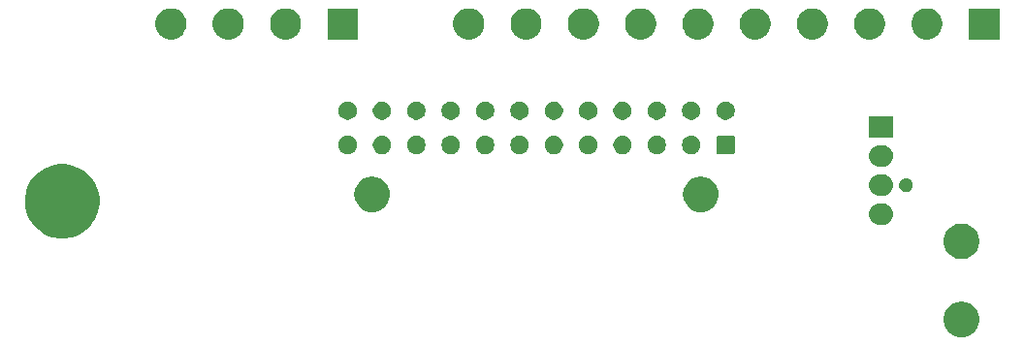
<source format=gbr>
G04 #@! TF.GenerationSoftware,KiCad,Pcbnew,5.1.5-52549c5~84~ubuntu18.04.1*
G04 #@! TF.CreationDate,2020-03-22T20:22:03-04:00*
G04 #@! TF.ProjectId,imac_g3_down_converter_board_adapter,696d6163-5f67-4335-9f64-6f776e5f636f,1*
G04 #@! TF.SameCoordinates,Original*
G04 #@! TF.FileFunction,Soldermask,Bot*
G04 #@! TF.FilePolarity,Negative*
%FSLAX46Y46*%
G04 Gerber Fmt 4.6, Leading zero omitted, Abs format (unit mm)*
G04 Created by KiCad (PCBNEW 5.1.5-52549c5~84~ubuntu18.04.1) date 2020-03-22 20:22:03*
%MOMM*%
%LPD*%
G04 APERTURE LIST*
%ADD10C,0.100000*%
G04 APERTURE END LIST*
D10*
G36*
X171764585Y-93993803D02*
G01*
X171914410Y-94023605D01*
X172196674Y-94140522D01*
X172450705Y-94310260D01*
X172666741Y-94526296D01*
X172836479Y-94780327D01*
X172953396Y-95062591D01*
X173013000Y-95362241D01*
X173013000Y-95667761D01*
X172953396Y-95967411D01*
X172836479Y-96249675D01*
X172666741Y-96503706D01*
X172450705Y-96719742D01*
X172196674Y-96889480D01*
X171914410Y-97006397D01*
X171764585Y-97036199D01*
X171614761Y-97066001D01*
X171309239Y-97066001D01*
X171159415Y-97036199D01*
X171009590Y-97006397D01*
X170727326Y-96889480D01*
X170473295Y-96719742D01*
X170257259Y-96503706D01*
X170087521Y-96249675D01*
X169970604Y-95967411D01*
X169911000Y-95667761D01*
X169911000Y-95362241D01*
X169970604Y-95062591D01*
X170087521Y-94780327D01*
X170257259Y-94526296D01*
X170473295Y-94310260D01*
X170727326Y-94140522D01*
X171009590Y-94023605D01*
X171159415Y-93993803D01*
X171309239Y-93964001D01*
X171614761Y-93964001D01*
X171764585Y-93993803D01*
G37*
G36*
X171764585Y-87168802D02*
G01*
X171914410Y-87198604D01*
X172196674Y-87315521D01*
X172450705Y-87485259D01*
X172666741Y-87701295D01*
X172836479Y-87955326D01*
X172953396Y-88237590D01*
X173013000Y-88537240D01*
X173013000Y-88842760D01*
X172953396Y-89142410D01*
X172836479Y-89424674D01*
X172666741Y-89678705D01*
X172450705Y-89894741D01*
X172196674Y-90064479D01*
X171914410Y-90181396D01*
X171764585Y-90211198D01*
X171614761Y-90241000D01*
X171309239Y-90241000D01*
X171159415Y-90211198D01*
X171009590Y-90181396D01*
X170727326Y-90064479D01*
X170473295Y-89894741D01*
X170257259Y-89678705D01*
X170087521Y-89424674D01*
X169970604Y-89142410D01*
X169911000Y-88842760D01*
X169911000Y-88537240D01*
X169970604Y-88237590D01*
X170087521Y-87955326D01*
X170257259Y-87701295D01*
X170473295Y-87485259D01*
X170727326Y-87315521D01*
X171009590Y-87198604D01*
X171159415Y-87168802D01*
X171309239Y-87139000D01*
X171614761Y-87139000D01*
X171764585Y-87168802D01*
G37*
G36*
X93565291Y-81995311D02*
G01*
X93910282Y-82063934D01*
X94501926Y-82309001D01*
X94791523Y-82502504D01*
X95034391Y-82664783D01*
X95487217Y-83117609D01*
X95557986Y-83223523D01*
X95842999Y-83650074D01*
X96088066Y-84241718D01*
X96126958Y-84437240D01*
X96213000Y-84869803D01*
X96213000Y-85510197D01*
X96183370Y-85659156D01*
X96088066Y-86138282D01*
X95842999Y-86729926D01*
X95595265Y-87100685D01*
X95511533Y-87226000D01*
X95487216Y-87262392D01*
X95034392Y-87715216D01*
X94501926Y-88070999D01*
X93910282Y-88316066D01*
X93596239Y-88378533D01*
X93282197Y-88441000D01*
X92641803Y-88441000D01*
X92327761Y-88378533D01*
X92013718Y-88316066D01*
X91422074Y-88070999D01*
X90889608Y-87715216D01*
X90436784Y-87262392D01*
X90412468Y-87226000D01*
X90328735Y-87100685D01*
X90081001Y-86729926D01*
X89835934Y-86138282D01*
X89740630Y-85659156D01*
X89711000Y-85510197D01*
X89711000Y-84869803D01*
X89797042Y-84437240D01*
X89835934Y-84241718D01*
X90081001Y-83650074D01*
X90366014Y-83223523D01*
X90436783Y-83117609D01*
X90889609Y-82664783D01*
X91132477Y-82502504D01*
X91422074Y-82309001D01*
X92013718Y-82063934D01*
X92358709Y-81995311D01*
X92641803Y-81939000D01*
X93282197Y-81939000D01*
X93565291Y-81995311D01*
G37*
G36*
X164772343Y-85405361D02*
G01*
X164791568Y-85407254D01*
X164964234Y-85459632D01*
X165123365Y-85544689D01*
X165262844Y-85659156D01*
X165377311Y-85798635D01*
X165462368Y-85957766D01*
X165514746Y-86130433D01*
X165532432Y-86310000D01*
X165514746Y-86489567D01*
X165462368Y-86662234D01*
X165377311Y-86821365D01*
X165262844Y-86960844D01*
X165123365Y-87075311D01*
X164964234Y-87160368D01*
X164791568Y-87212746D01*
X164772343Y-87214639D01*
X164656998Y-87226000D01*
X164267002Y-87226000D01*
X164151657Y-87214639D01*
X164132432Y-87212746D01*
X163959766Y-87160368D01*
X163800635Y-87075311D01*
X163661156Y-86960844D01*
X163546689Y-86821365D01*
X163461632Y-86662234D01*
X163409254Y-86489567D01*
X163391568Y-86310000D01*
X163409254Y-86130433D01*
X163461632Y-85957766D01*
X163546689Y-85798635D01*
X163661156Y-85659156D01*
X163800635Y-85544689D01*
X163959766Y-85459632D01*
X164132432Y-85407254D01*
X164151657Y-85405361D01*
X164267002Y-85394000D01*
X164656998Y-85394000D01*
X164772343Y-85405361D01*
G37*
G36*
X120324585Y-83068802D02*
G01*
X120474410Y-83098604D01*
X120756674Y-83215521D01*
X121010705Y-83385259D01*
X121226741Y-83601295D01*
X121396479Y-83855326D01*
X121513396Y-84137590D01*
X121541994Y-84281363D01*
X121573000Y-84437239D01*
X121573000Y-84742761D01*
X121563538Y-84790329D01*
X121513396Y-85042410D01*
X121396479Y-85324674D01*
X121226741Y-85578705D01*
X121010705Y-85794741D01*
X120756674Y-85964479D01*
X120474410Y-86081396D01*
X120324585Y-86111198D01*
X120174761Y-86141000D01*
X119869239Y-86141000D01*
X119719415Y-86111198D01*
X119569590Y-86081396D01*
X119287326Y-85964479D01*
X119033295Y-85794741D01*
X118817259Y-85578705D01*
X118647521Y-85324674D01*
X118530604Y-85042410D01*
X118480462Y-84790329D01*
X118471000Y-84742761D01*
X118471000Y-84437239D01*
X118502006Y-84281363D01*
X118530604Y-84137590D01*
X118647521Y-83855326D01*
X118817259Y-83601295D01*
X119033295Y-83385259D01*
X119287326Y-83215521D01*
X119569590Y-83098604D01*
X119719415Y-83068802D01*
X119869239Y-83039000D01*
X120174761Y-83039000D01*
X120324585Y-83068802D01*
G37*
G36*
X149024585Y-83068802D02*
G01*
X149174410Y-83098604D01*
X149456674Y-83215521D01*
X149710705Y-83385259D01*
X149926741Y-83601295D01*
X150096479Y-83855326D01*
X150213396Y-84137590D01*
X150241994Y-84281363D01*
X150273000Y-84437239D01*
X150273000Y-84742761D01*
X150263538Y-84790329D01*
X150213396Y-85042410D01*
X150096479Y-85324674D01*
X149926741Y-85578705D01*
X149710705Y-85794741D01*
X149456674Y-85964479D01*
X149174410Y-86081396D01*
X149024585Y-86111198D01*
X148874761Y-86141000D01*
X148569239Y-86141000D01*
X148419415Y-86111198D01*
X148269590Y-86081396D01*
X147987326Y-85964479D01*
X147733295Y-85794741D01*
X147517259Y-85578705D01*
X147347521Y-85324674D01*
X147230604Y-85042410D01*
X147180462Y-84790329D01*
X147171000Y-84742761D01*
X147171000Y-84437239D01*
X147202006Y-84281363D01*
X147230604Y-84137590D01*
X147347521Y-83855326D01*
X147517259Y-83601295D01*
X147733295Y-83385259D01*
X147987326Y-83215521D01*
X148269590Y-83098604D01*
X148419415Y-83068802D01*
X148569239Y-83039000D01*
X148874761Y-83039000D01*
X149024585Y-83068802D01*
G37*
G36*
X164772343Y-82865361D02*
G01*
X164791568Y-82867254D01*
X164964234Y-82919632D01*
X165123365Y-83004689D01*
X165262844Y-83119156D01*
X165377311Y-83258635D01*
X165462368Y-83417766D01*
X165514746Y-83590433D01*
X165532432Y-83770000D01*
X165514746Y-83949567D01*
X165462368Y-84122234D01*
X165377311Y-84281365D01*
X165262844Y-84420844D01*
X165123365Y-84535311D01*
X164964234Y-84620368D01*
X164791568Y-84672746D01*
X164772343Y-84674639D01*
X164656998Y-84686000D01*
X164267002Y-84686000D01*
X164151657Y-84674639D01*
X164132432Y-84672746D01*
X163959766Y-84620368D01*
X163800635Y-84535311D01*
X163661156Y-84420844D01*
X163546689Y-84281365D01*
X163461632Y-84122234D01*
X163409254Y-83949567D01*
X163391568Y-83770000D01*
X163409254Y-83590433D01*
X163461632Y-83417766D01*
X163546689Y-83258635D01*
X163661156Y-83119156D01*
X163800635Y-83004689D01*
X163959766Y-82919632D01*
X164132432Y-82867254D01*
X164151657Y-82865361D01*
X164267002Y-82854000D01*
X164656998Y-82854000D01*
X164772343Y-82865361D01*
G37*
G36*
X166758601Y-83184397D02*
G01*
X166797305Y-83192096D01*
X166829340Y-83205365D01*
X166906680Y-83237400D01*
X167005115Y-83303173D01*
X167088827Y-83386885D01*
X167154600Y-83485320D01*
X167176157Y-83537364D01*
X167198139Y-83590433D01*
X167199904Y-83594696D01*
X167223000Y-83710805D01*
X167223000Y-83829195D01*
X167210385Y-83892615D01*
X167199904Y-83945305D01*
X167198138Y-83949568D01*
X167154600Y-84054680D01*
X167088827Y-84153115D01*
X167005115Y-84236827D01*
X166906680Y-84302600D01*
X166829340Y-84334635D01*
X166797305Y-84347904D01*
X166758601Y-84355603D01*
X166681195Y-84371000D01*
X166562805Y-84371000D01*
X166485399Y-84355603D01*
X166446695Y-84347904D01*
X166414660Y-84334635D01*
X166337320Y-84302600D01*
X166238885Y-84236827D01*
X166155173Y-84153115D01*
X166089400Y-84054680D01*
X166045862Y-83949568D01*
X166044096Y-83945305D01*
X166033615Y-83892615D01*
X166021000Y-83829195D01*
X166021000Y-83710805D01*
X166044096Y-83594696D01*
X166045862Y-83590433D01*
X166067843Y-83537364D01*
X166089400Y-83485320D01*
X166155173Y-83386885D01*
X166238885Y-83303173D01*
X166337320Y-83237400D01*
X166414660Y-83205365D01*
X166446695Y-83192096D01*
X166485399Y-83184397D01*
X166562805Y-83169000D01*
X166681195Y-83169000D01*
X166758601Y-83184397D01*
G37*
G36*
X164772343Y-80325361D02*
G01*
X164791568Y-80327254D01*
X164862898Y-80348892D01*
X164964234Y-80379632D01*
X165123365Y-80464689D01*
X165262844Y-80579156D01*
X165377311Y-80718635D01*
X165462368Y-80877766D01*
X165466740Y-80892178D01*
X165511648Y-81040218D01*
X165514746Y-81050433D01*
X165532432Y-81230000D01*
X165514746Y-81409567D01*
X165462368Y-81582234D01*
X165377311Y-81741365D01*
X165262844Y-81880844D01*
X165123365Y-81995311D01*
X164964234Y-82080368D01*
X164877900Y-82106557D01*
X164791568Y-82132746D01*
X164772343Y-82134639D01*
X164656998Y-82146000D01*
X164267002Y-82146000D01*
X164151657Y-82134639D01*
X164132432Y-82132746D01*
X164046100Y-82106557D01*
X163959766Y-82080368D01*
X163800635Y-81995311D01*
X163661156Y-81880844D01*
X163546689Y-81741365D01*
X163461632Y-81582234D01*
X163409254Y-81409567D01*
X163391568Y-81230000D01*
X163409254Y-81050433D01*
X163412353Y-81040218D01*
X163457260Y-80892178D01*
X163461632Y-80877766D01*
X163546689Y-80718635D01*
X163661156Y-80579156D01*
X163800635Y-80464689D01*
X163959766Y-80379632D01*
X164061102Y-80348892D01*
X164132432Y-80327254D01*
X164151657Y-80325361D01*
X164267002Y-80314000D01*
X164656998Y-80314000D01*
X164772343Y-80325361D01*
G37*
G36*
X151535048Y-79473122D02*
G01*
X151569387Y-79483539D01*
X151601036Y-79500456D01*
X151628778Y-79523222D01*
X151651544Y-79550964D01*
X151668461Y-79582613D01*
X151678878Y-79616952D01*
X151683000Y-79658807D01*
X151683000Y-80881193D01*
X151678878Y-80923048D01*
X151668461Y-80957387D01*
X151651544Y-80989036D01*
X151628778Y-81016778D01*
X151601036Y-81039544D01*
X151569387Y-81056461D01*
X151535048Y-81066878D01*
X151493193Y-81071000D01*
X150270807Y-81071000D01*
X150228952Y-81066878D01*
X150194613Y-81056461D01*
X150162964Y-81039544D01*
X150135222Y-81016778D01*
X150112456Y-80989036D01*
X150095539Y-80957387D01*
X150085122Y-80923048D01*
X150081000Y-80881193D01*
X150081000Y-79658807D01*
X150085122Y-79616952D01*
X150095539Y-79582613D01*
X150112456Y-79550964D01*
X150135222Y-79523222D01*
X150162964Y-79500456D01*
X150194613Y-79483539D01*
X150228952Y-79473122D01*
X150270807Y-79469000D01*
X151493193Y-79469000D01*
X151535048Y-79473122D01*
G37*
G36*
X118115642Y-79499781D02*
G01*
X118239208Y-79550964D01*
X118261416Y-79560163D01*
X118392608Y-79647822D01*
X118504178Y-79759392D01*
X118591837Y-79890584D01*
X118591838Y-79890586D01*
X118652219Y-80036358D01*
X118683000Y-80191107D01*
X118683000Y-80348893D01*
X118652219Y-80503642D01*
X118591838Y-80649414D01*
X118591837Y-80649416D01*
X118504178Y-80780608D01*
X118392608Y-80892178D01*
X118261416Y-80979837D01*
X118261415Y-80979838D01*
X118261414Y-80979838D01*
X118115642Y-81040219D01*
X117960893Y-81071000D01*
X117803107Y-81071000D01*
X117648358Y-81040219D01*
X117502586Y-80979838D01*
X117502585Y-80979838D01*
X117502584Y-80979837D01*
X117371392Y-80892178D01*
X117259822Y-80780608D01*
X117172163Y-80649416D01*
X117172162Y-80649414D01*
X117111781Y-80503642D01*
X117081000Y-80348893D01*
X117081000Y-80191107D01*
X117111781Y-80036358D01*
X117172162Y-79890586D01*
X117172163Y-79890584D01*
X117259822Y-79759392D01*
X117371392Y-79647822D01*
X117502584Y-79560163D01*
X117524792Y-79550964D01*
X117648358Y-79499781D01*
X117803107Y-79469000D01*
X117960893Y-79469000D01*
X118115642Y-79499781D01*
G37*
G36*
X121115642Y-79499781D02*
G01*
X121239208Y-79550964D01*
X121261416Y-79560163D01*
X121392608Y-79647822D01*
X121504178Y-79759392D01*
X121591837Y-79890584D01*
X121591838Y-79890586D01*
X121652219Y-80036358D01*
X121683000Y-80191107D01*
X121683000Y-80348893D01*
X121652219Y-80503642D01*
X121591838Y-80649414D01*
X121591837Y-80649416D01*
X121504178Y-80780608D01*
X121392608Y-80892178D01*
X121261416Y-80979837D01*
X121261415Y-80979838D01*
X121261414Y-80979838D01*
X121115642Y-81040219D01*
X120960893Y-81071000D01*
X120803107Y-81071000D01*
X120648358Y-81040219D01*
X120502586Y-80979838D01*
X120502585Y-80979838D01*
X120502584Y-80979837D01*
X120371392Y-80892178D01*
X120259822Y-80780608D01*
X120172163Y-80649416D01*
X120172162Y-80649414D01*
X120111781Y-80503642D01*
X120081000Y-80348893D01*
X120081000Y-80191107D01*
X120111781Y-80036358D01*
X120172162Y-79890586D01*
X120172163Y-79890584D01*
X120259822Y-79759392D01*
X120371392Y-79647822D01*
X120502584Y-79560163D01*
X120524792Y-79550964D01*
X120648358Y-79499781D01*
X120803107Y-79469000D01*
X120960893Y-79469000D01*
X121115642Y-79499781D01*
G37*
G36*
X124115642Y-79499781D02*
G01*
X124239208Y-79550964D01*
X124261416Y-79560163D01*
X124392608Y-79647822D01*
X124504178Y-79759392D01*
X124591837Y-79890584D01*
X124591838Y-79890586D01*
X124652219Y-80036358D01*
X124683000Y-80191107D01*
X124683000Y-80348893D01*
X124652219Y-80503642D01*
X124591838Y-80649414D01*
X124591837Y-80649416D01*
X124504178Y-80780608D01*
X124392608Y-80892178D01*
X124261416Y-80979837D01*
X124261415Y-80979838D01*
X124261414Y-80979838D01*
X124115642Y-81040219D01*
X123960893Y-81071000D01*
X123803107Y-81071000D01*
X123648358Y-81040219D01*
X123502586Y-80979838D01*
X123502585Y-80979838D01*
X123502584Y-80979837D01*
X123371392Y-80892178D01*
X123259822Y-80780608D01*
X123172163Y-80649416D01*
X123172162Y-80649414D01*
X123111781Y-80503642D01*
X123081000Y-80348893D01*
X123081000Y-80191107D01*
X123111781Y-80036358D01*
X123172162Y-79890586D01*
X123172163Y-79890584D01*
X123259822Y-79759392D01*
X123371392Y-79647822D01*
X123502584Y-79560163D01*
X123524792Y-79550964D01*
X123648358Y-79499781D01*
X123803107Y-79469000D01*
X123960893Y-79469000D01*
X124115642Y-79499781D01*
G37*
G36*
X127115642Y-79499781D02*
G01*
X127239208Y-79550964D01*
X127261416Y-79560163D01*
X127392608Y-79647822D01*
X127504178Y-79759392D01*
X127591837Y-79890584D01*
X127591838Y-79890586D01*
X127652219Y-80036358D01*
X127683000Y-80191107D01*
X127683000Y-80348893D01*
X127652219Y-80503642D01*
X127591838Y-80649414D01*
X127591837Y-80649416D01*
X127504178Y-80780608D01*
X127392608Y-80892178D01*
X127261416Y-80979837D01*
X127261415Y-80979838D01*
X127261414Y-80979838D01*
X127115642Y-81040219D01*
X126960893Y-81071000D01*
X126803107Y-81071000D01*
X126648358Y-81040219D01*
X126502586Y-80979838D01*
X126502585Y-80979838D01*
X126502584Y-80979837D01*
X126371392Y-80892178D01*
X126259822Y-80780608D01*
X126172163Y-80649416D01*
X126172162Y-80649414D01*
X126111781Y-80503642D01*
X126081000Y-80348893D01*
X126081000Y-80191107D01*
X126111781Y-80036358D01*
X126172162Y-79890586D01*
X126172163Y-79890584D01*
X126259822Y-79759392D01*
X126371392Y-79647822D01*
X126502584Y-79560163D01*
X126524792Y-79550964D01*
X126648358Y-79499781D01*
X126803107Y-79469000D01*
X126960893Y-79469000D01*
X127115642Y-79499781D01*
G37*
G36*
X130115642Y-79499781D02*
G01*
X130239208Y-79550964D01*
X130261416Y-79560163D01*
X130392608Y-79647822D01*
X130504178Y-79759392D01*
X130591837Y-79890584D01*
X130591838Y-79890586D01*
X130652219Y-80036358D01*
X130683000Y-80191107D01*
X130683000Y-80348893D01*
X130652219Y-80503642D01*
X130591838Y-80649414D01*
X130591837Y-80649416D01*
X130504178Y-80780608D01*
X130392608Y-80892178D01*
X130261416Y-80979837D01*
X130261415Y-80979838D01*
X130261414Y-80979838D01*
X130115642Y-81040219D01*
X129960893Y-81071000D01*
X129803107Y-81071000D01*
X129648358Y-81040219D01*
X129502586Y-80979838D01*
X129502585Y-80979838D01*
X129502584Y-80979837D01*
X129371392Y-80892178D01*
X129259822Y-80780608D01*
X129172163Y-80649416D01*
X129172162Y-80649414D01*
X129111781Y-80503642D01*
X129081000Y-80348893D01*
X129081000Y-80191107D01*
X129111781Y-80036358D01*
X129172162Y-79890586D01*
X129172163Y-79890584D01*
X129259822Y-79759392D01*
X129371392Y-79647822D01*
X129502584Y-79560163D01*
X129524792Y-79550964D01*
X129648358Y-79499781D01*
X129803107Y-79469000D01*
X129960893Y-79469000D01*
X130115642Y-79499781D01*
G37*
G36*
X133115642Y-79499781D02*
G01*
X133239208Y-79550964D01*
X133261416Y-79560163D01*
X133392608Y-79647822D01*
X133504178Y-79759392D01*
X133591837Y-79890584D01*
X133591838Y-79890586D01*
X133652219Y-80036358D01*
X133683000Y-80191107D01*
X133683000Y-80348893D01*
X133652219Y-80503642D01*
X133591838Y-80649414D01*
X133591837Y-80649416D01*
X133504178Y-80780608D01*
X133392608Y-80892178D01*
X133261416Y-80979837D01*
X133261415Y-80979838D01*
X133261414Y-80979838D01*
X133115642Y-81040219D01*
X132960893Y-81071000D01*
X132803107Y-81071000D01*
X132648358Y-81040219D01*
X132502586Y-80979838D01*
X132502585Y-80979838D01*
X132502584Y-80979837D01*
X132371392Y-80892178D01*
X132259822Y-80780608D01*
X132172163Y-80649416D01*
X132172162Y-80649414D01*
X132111781Y-80503642D01*
X132081000Y-80348893D01*
X132081000Y-80191107D01*
X132111781Y-80036358D01*
X132172162Y-79890586D01*
X132172163Y-79890584D01*
X132259822Y-79759392D01*
X132371392Y-79647822D01*
X132502584Y-79560163D01*
X132524792Y-79550964D01*
X132648358Y-79499781D01*
X132803107Y-79469000D01*
X132960893Y-79469000D01*
X133115642Y-79499781D01*
G37*
G36*
X148115642Y-79499781D02*
G01*
X148239208Y-79550964D01*
X148261416Y-79560163D01*
X148392608Y-79647822D01*
X148504178Y-79759392D01*
X148591837Y-79890584D01*
X148591838Y-79890586D01*
X148652219Y-80036358D01*
X148683000Y-80191107D01*
X148683000Y-80348893D01*
X148652219Y-80503642D01*
X148591838Y-80649414D01*
X148591837Y-80649416D01*
X148504178Y-80780608D01*
X148392608Y-80892178D01*
X148261416Y-80979837D01*
X148261415Y-80979838D01*
X148261414Y-80979838D01*
X148115642Y-81040219D01*
X147960893Y-81071000D01*
X147803107Y-81071000D01*
X147648358Y-81040219D01*
X147502586Y-80979838D01*
X147502585Y-80979838D01*
X147502584Y-80979837D01*
X147371392Y-80892178D01*
X147259822Y-80780608D01*
X147172163Y-80649416D01*
X147172162Y-80649414D01*
X147111781Y-80503642D01*
X147081000Y-80348893D01*
X147081000Y-80191107D01*
X147111781Y-80036358D01*
X147172162Y-79890586D01*
X147172163Y-79890584D01*
X147259822Y-79759392D01*
X147371392Y-79647822D01*
X147502584Y-79560163D01*
X147524792Y-79550964D01*
X147648358Y-79499781D01*
X147803107Y-79469000D01*
X147960893Y-79469000D01*
X148115642Y-79499781D01*
G37*
G36*
X145115642Y-79499781D02*
G01*
X145239208Y-79550964D01*
X145261416Y-79560163D01*
X145392608Y-79647822D01*
X145504178Y-79759392D01*
X145591837Y-79890584D01*
X145591838Y-79890586D01*
X145652219Y-80036358D01*
X145683000Y-80191107D01*
X145683000Y-80348893D01*
X145652219Y-80503642D01*
X145591838Y-80649414D01*
X145591837Y-80649416D01*
X145504178Y-80780608D01*
X145392608Y-80892178D01*
X145261416Y-80979837D01*
X145261415Y-80979838D01*
X145261414Y-80979838D01*
X145115642Y-81040219D01*
X144960893Y-81071000D01*
X144803107Y-81071000D01*
X144648358Y-81040219D01*
X144502586Y-80979838D01*
X144502585Y-80979838D01*
X144502584Y-80979837D01*
X144371392Y-80892178D01*
X144259822Y-80780608D01*
X144172163Y-80649416D01*
X144172162Y-80649414D01*
X144111781Y-80503642D01*
X144081000Y-80348893D01*
X144081000Y-80191107D01*
X144111781Y-80036358D01*
X144172162Y-79890586D01*
X144172163Y-79890584D01*
X144259822Y-79759392D01*
X144371392Y-79647822D01*
X144502584Y-79560163D01*
X144524792Y-79550964D01*
X144648358Y-79499781D01*
X144803107Y-79469000D01*
X144960893Y-79469000D01*
X145115642Y-79499781D01*
G37*
G36*
X142115642Y-79499781D02*
G01*
X142239208Y-79550964D01*
X142261416Y-79560163D01*
X142392608Y-79647822D01*
X142504178Y-79759392D01*
X142591837Y-79890584D01*
X142591838Y-79890586D01*
X142652219Y-80036358D01*
X142683000Y-80191107D01*
X142683000Y-80348893D01*
X142652219Y-80503642D01*
X142591838Y-80649414D01*
X142591837Y-80649416D01*
X142504178Y-80780608D01*
X142392608Y-80892178D01*
X142261416Y-80979837D01*
X142261415Y-80979838D01*
X142261414Y-80979838D01*
X142115642Y-81040219D01*
X141960893Y-81071000D01*
X141803107Y-81071000D01*
X141648358Y-81040219D01*
X141502586Y-80979838D01*
X141502585Y-80979838D01*
X141502584Y-80979837D01*
X141371392Y-80892178D01*
X141259822Y-80780608D01*
X141172163Y-80649416D01*
X141172162Y-80649414D01*
X141111781Y-80503642D01*
X141081000Y-80348893D01*
X141081000Y-80191107D01*
X141111781Y-80036358D01*
X141172162Y-79890586D01*
X141172163Y-79890584D01*
X141259822Y-79759392D01*
X141371392Y-79647822D01*
X141502584Y-79560163D01*
X141524792Y-79550964D01*
X141648358Y-79499781D01*
X141803107Y-79469000D01*
X141960893Y-79469000D01*
X142115642Y-79499781D01*
G37*
G36*
X139115642Y-79499781D02*
G01*
X139239208Y-79550964D01*
X139261416Y-79560163D01*
X139392608Y-79647822D01*
X139504178Y-79759392D01*
X139591837Y-79890584D01*
X139591838Y-79890586D01*
X139652219Y-80036358D01*
X139683000Y-80191107D01*
X139683000Y-80348893D01*
X139652219Y-80503642D01*
X139591838Y-80649414D01*
X139591837Y-80649416D01*
X139504178Y-80780608D01*
X139392608Y-80892178D01*
X139261416Y-80979837D01*
X139261415Y-80979838D01*
X139261414Y-80979838D01*
X139115642Y-81040219D01*
X138960893Y-81071000D01*
X138803107Y-81071000D01*
X138648358Y-81040219D01*
X138502586Y-80979838D01*
X138502585Y-80979838D01*
X138502584Y-80979837D01*
X138371392Y-80892178D01*
X138259822Y-80780608D01*
X138172163Y-80649416D01*
X138172162Y-80649414D01*
X138111781Y-80503642D01*
X138081000Y-80348893D01*
X138081000Y-80191107D01*
X138111781Y-80036358D01*
X138172162Y-79890586D01*
X138172163Y-79890584D01*
X138259822Y-79759392D01*
X138371392Y-79647822D01*
X138502584Y-79560163D01*
X138524792Y-79550964D01*
X138648358Y-79499781D01*
X138803107Y-79469000D01*
X138960893Y-79469000D01*
X139115642Y-79499781D01*
G37*
G36*
X136115642Y-79499781D02*
G01*
X136239208Y-79550964D01*
X136261416Y-79560163D01*
X136392608Y-79647822D01*
X136504178Y-79759392D01*
X136591837Y-79890584D01*
X136591838Y-79890586D01*
X136652219Y-80036358D01*
X136683000Y-80191107D01*
X136683000Y-80348893D01*
X136652219Y-80503642D01*
X136591838Y-80649414D01*
X136591837Y-80649416D01*
X136504178Y-80780608D01*
X136392608Y-80892178D01*
X136261416Y-80979837D01*
X136261415Y-80979838D01*
X136261414Y-80979838D01*
X136115642Y-81040219D01*
X135960893Y-81071000D01*
X135803107Y-81071000D01*
X135648358Y-81040219D01*
X135502586Y-80979838D01*
X135502585Y-80979838D01*
X135502584Y-80979837D01*
X135371392Y-80892178D01*
X135259822Y-80780608D01*
X135172163Y-80649416D01*
X135172162Y-80649414D01*
X135111781Y-80503642D01*
X135081000Y-80348893D01*
X135081000Y-80191107D01*
X135111781Y-80036358D01*
X135172162Y-79890586D01*
X135172163Y-79890584D01*
X135259822Y-79759392D01*
X135371392Y-79647822D01*
X135502584Y-79560163D01*
X135524792Y-79550964D01*
X135648358Y-79499781D01*
X135803107Y-79469000D01*
X135960893Y-79469000D01*
X136115642Y-79499781D01*
G37*
G36*
X165528000Y-79606000D02*
G01*
X163396000Y-79606000D01*
X163396000Y-77774000D01*
X165528000Y-77774000D01*
X165528000Y-79606000D01*
G37*
G36*
X133115642Y-76499781D02*
G01*
X133261414Y-76560162D01*
X133261416Y-76560163D01*
X133392608Y-76647822D01*
X133504178Y-76759392D01*
X133591837Y-76890584D01*
X133591838Y-76890586D01*
X133652219Y-77036358D01*
X133683000Y-77191107D01*
X133683000Y-77348893D01*
X133652219Y-77503642D01*
X133591838Y-77649414D01*
X133591837Y-77649416D01*
X133504178Y-77780608D01*
X133392608Y-77892178D01*
X133261416Y-77979837D01*
X133261415Y-77979838D01*
X133261414Y-77979838D01*
X133115642Y-78040219D01*
X132960893Y-78071000D01*
X132803107Y-78071000D01*
X132648358Y-78040219D01*
X132502586Y-77979838D01*
X132502585Y-77979838D01*
X132502584Y-77979837D01*
X132371392Y-77892178D01*
X132259822Y-77780608D01*
X132172163Y-77649416D01*
X132172162Y-77649414D01*
X132111781Y-77503642D01*
X132081000Y-77348893D01*
X132081000Y-77191107D01*
X132111781Y-77036358D01*
X132172162Y-76890586D01*
X132172163Y-76890584D01*
X132259822Y-76759392D01*
X132371392Y-76647822D01*
X132502584Y-76560163D01*
X132502586Y-76560162D01*
X132648358Y-76499781D01*
X132803107Y-76469000D01*
X132960893Y-76469000D01*
X133115642Y-76499781D01*
G37*
G36*
X118115642Y-76499781D02*
G01*
X118261414Y-76560162D01*
X118261416Y-76560163D01*
X118392608Y-76647822D01*
X118504178Y-76759392D01*
X118591837Y-76890584D01*
X118591838Y-76890586D01*
X118652219Y-77036358D01*
X118683000Y-77191107D01*
X118683000Y-77348893D01*
X118652219Y-77503642D01*
X118591838Y-77649414D01*
X118591837Y-77649416D01*
X118504178Y-77780608D01*
X118392608Y-77892178D01*
X118261416Y-77979837D01*
X118261415Y-77979838D01*
X118261414Y-77979838D01*
X118115642Y-78040219D01*
X117960893Y-78071000D01*
X117803107Y-78071000D01*
X117648358Y-78040219D01*
X117502586Y-77979838D01*
X117502585Y-77979838D01*
X117502584Y-77979837D01*
X117371392Y-77892178D01*
X117259822Y-77780608D01*
X117172163Y-77649416D01*
X117172162Y-77649414D01*
X117111781Y-77503642D01*
X117081000Y-77348893D01*
X117081000Y-77191107D01*
X117111781Y-77036358D01*
X117172162Y-76890586D01*
X117172163Y-76890584D01*
X117259822Y-76759392D01*
X117371392Y-76647822D01*
X117502584Y-76560163D01*
X117502586Y-76560162D01*
X117648358Y-76499781D01*
X117803107Y-76469000D01*
X117960893Y-76469000D01*
X118115642Y-76499781D01*
G37*
G36*
X121115642Y-76499781D02*
G01*
X121261414Y-76560162D01*
X121261416Y-76560163D01*
X121392608Y-76647822D01*
X121504178Y-76759392D01*
X121591837Y-76890584D01*
X121591838Y-76890586D01*
X121652219Y-77036358D01*
X121683000Y-77191107D01*
X121683000Y-77348893D01*
X121652219Y-77503642D01*
X121591838Y-77649414D01*
X121591837Y-77649416D01*
X121504178Y-77780608D01*
X121392608Y-77892178D01*
X121261416Y-77979837D01*
X121261415Y-77979838D01*
X121261414Y-77979838D01*
X121115642Y-78040219D01*
X120960893Y-78071000D01*
X120803107Y-78071000D01*
X120648358Y-78040219D01*
X120502586Y-77979838D01*
X120502585Y-77979838D01*
X120502584Y-77979837D01*
X120371392Y-77892178D01*
X120259822Y-77780608D01*
X120172163Y-77649416D01*
X120172162Y-77649414D01*
X120111781Y-77503642D01*
X120081000Y-77348893D01*
X120081000Y-77191107D01*
X120111781Y-77036358D01*
X120172162Y-76890586D01*
X120172163Y-76890584D01*
X120259822Y-76759392D01*
X120371392Y-76647822D01*
X120502584Y-76560163D01*
X120502586Y-76560162D01*
X120648358Y-76499781D01*
X120803107Y-76469000D01*
X120960893Y-76469000D01*
X121115642Y-76499781D01*
G37*
G36*
X124115642Y-76499781D02*
G01*
X124261414Y-76560162D01*
X124261416Y-76560163D01*
X124392608Y-76647822D01*
X124504178Y-76759392D01*
X124591837Y-76890584D01*
X124591838Y-76890586D01*
X124652219Y-77036358D01*
X124683000Y-77191107D01*
X124683000Y-77348893D01*
X124652219Y-77503642D01*
X124591838Y-77649414D01*
X124591837Y-77649416D01*
X124504178Y-77780608D01*
X124392608Y-77892178D01*
X124261416Y-77979837D01*
X124261415Y-77979838D01*
X124261414Y-77979838D01*
X124115642Y-78040219D01*
X123960893Y-78071000D01*
X123803107Y-78071000D01*
X123648358Y-78040219D01*
X123502586Y-77979838D01*
X123502585Y-77979838D01*
X123502584Y-77979837D01*
X123371392Y-77892178D01*
X123259822Y-77780608D01*
X123172163Y-77649416D01*
X123172162Y-77649414D01*
X123111781Y-77503642D01*
X123081000Y-77348893D01*
X123081000Y-77191107D01*
X123111781Y-77036358D01*
X123172162Y-76890586D01*
X123172163Y-76890584D01*
X123259822Y-76759392D01*
X123371392Y-76647822D01*
X123502584Y-76560163D01*
X123502586Y-76560162D01*
X123648358Y-76499781D01*
X123803107Y-76469000D01*
X123960893Y-76469000D01*
X124115642Y-76499781D01*
G37*
G36*
X151115642Y-76499781D02*
G01*
X151261414Y-76560162D01*
X151261416Y-76560163D01*
X151392608Y-76647822D01*
X151504178Y-76759392D01*
X151591837Y-76890584D01*
X151591838Y-76890586D01*
X151652219Y-77036358D01*
X151683000Y-77191107D01*
X151683000Y-77348893D01*
X151652219Y-77503642D01*
X151591838Y-77649414D01*
X151591837Y-77649416D01*
X151504178Y-77780608D01*
X151392608Y-77892178D01*
X151261416Y-77979837D01*
X151261415Y-77979838D01*
X151261414Y-77979838D01*
X151115642Y-78040219D01*
X150960893Y-78071000D01*
X150803107Y-78071000D01*
X150648358Y-78040219D01*
X150502586Y-77979838D01*
X150502585Y-77979838D01*
X150502584Y-77979837D01*
X150371392Y-77892178D01*
X150259822Y-77780608D01*
X150172163Y-77649416D01*
X150172162Y-77649414D01*
X150111781Y-77503642D01*
X150081000Y-77348893D01*
X150081000Y-77191107D01*
X150111781Y-77036358D01*
X150172162Y-76890586D01*
X150172163Y-76890584D01*
X150259822Y-76759392D01*
X150371392Y-76647822D01*
X150502584Y-76560163D01*
X150502586Y-76560162D01*
X150648358Y-76499781D01*
X150803107Y-76469000D01*
X150960893Y-76469000D01*
X151115642Y-76499781D01*
G37*
G36*
X148115642Y-76499781D02*
G01*
X148261414Y-76560162D01*
X148261416Y-76560163D01*
X148392608Y-76647822D01*
X148504178Y-76759392D01*
X148591837Y-76890584D01*
X148591838Y-76890586D01*
X148652219Y-77036358D01*
X148683000Y-77191107D01*
X148683000Y-77348893D01*
X148652219Y-77503642D01*
X148591838Y-77649414D01*
X148591837Y-77649416D01*
X148504178Y-77780608D01*
X148392608Y-77892178D01*
X148261416Y-77979837D01*
X148261415Y-77979838D01*
X148261414Y-77979838D01*
X148115642Y-78040219D01*
X147960893Y-78071000D01*
X147803107Y-78071000D01*
X147648358Y-78040219D01*
X147502586Y-77979838D01*
X147502585Y-77979838D01*
X147502584Y-77979837D01*
X147371392Y-77892178D01*
X147259822Y-77780608D01*
X147172163Y-77649416D01*
X147172162Y-77649414D01*
X147111781Y-77503642D01*
X147081000Y-77348893D01*
X147081000Y-77191107D01*
X147111781Y-77036358D01*
X147172162Y-76890586D01*
X147172163Y-76890584D01*
X147259822Y-76759392D01*
X147371392Y-76647822D01*
X147502584Y-76560163D01*
X147502586Y-76560162D01*
X147648358Y-76499781D01*
X147803107Y-76469000D01*
X147960893Y-76469000D01*
X148115642Y-76499781D01*
G37*
G36*
X142115642Y-76499781D02*
G01*
X142261414Y-76560162D01*
X142261416Y-76560163D01*
X142392608Y-76647822D01*
X142504178Y-76759392D01*
X142591837Y-76890584D01*
X142591838Y-76890586D01*
X142652219Y-77036358D01*
X142683000Y-77191107D01*
X142683000Y-77348893D01*
X142652219Y-77503642D01*
X142591838Y-77649414D01*
X142591837Y-77649416D01*
X142504178Y-77780608D01*
X142392608Y-77892178D01*
X142261416Y-77979837D01*
X142261415Y-77979838D01*
X142261414Y-77979838D01*
X142115642Y-78040219D01*
X141960893Y-78071000D01*
X141803107Y-78071000D01*
X141648358Y-78040219D01*
X141502586Y-77979838D01*
X141502585Y-77979838D01*
X141502584Y-77979837D01*
X141371392Y-77892178D01*
X141259822Y-77780608D01*
X141172163Y-77649416D01*
X141172162Y-77649414D01*
X141111781Y-77503642D01*
X141081000Y-77348893D01*
X141081000Y-77191107D01*
X141111781Y-77036358D01*
X141172162Y-76890586D01*
X141172163Y-76890584D01*
X141259822Y-76759392D01*
X141371392Y-76647822D01*
X141502584Y-76560163D01*
X141502586Y-76560162D01*
X141648358Y-76499781D01*
X141803107Y-76469000D01*
X141960893Y-76469000D01*
X142115642Y-76499781D01*
G37*
G36*
X139115642Y-76499781D02*
G01*
X139261414Y-76560162D01*
X139261416Y-76560163D01*
X139392608Y-76647822D01*
X139504178Y-76759392D01*
X139591837Y-76890584D01*
X139591838Y-76890586D01*
X139652219Y-77036358D01*
X139683000Y-77191107D01*
X139683000Y-77348893D01*
X139652219Y-77503642D01*
X139591838Y-77649414D01*
X139591837Y-77649416D01*
X139504178Y-77780608D01*
X139392608Y-77892178D01*
X139261416Y-77979837D01*
X139261415Y-77979838D01*
X139261414Y-77979838D01*
X139115642Y-78040219D01*
X138960893Y-78071000D01*
X138803107Y-78071000D01*
X138648358Y-78040219D01*
X138502586Y-77979838D01*
X138502585Y-77979838D01*
X138502584Y-77979837D01*
X138371392Y-77892178D01*
X138259822Y-77780608D01*
X138172163Y-77649416D01*
X138172162Y-77649414D01*
X138111781Y-77503642D01*
X138081000Y-77348893D01*
X138081000Y-77191107D01*
X138111781Y-77036358D01*
X138172162Y-76890586D01*
X138172163Y-76890584D01*
X138259822Y-76759392D01*
X138371392Y-76647822D01*
X138502584Y-76560163D01*
X138502586Y-76560162D01*
X138648358Y-76499781D01*
X138803107Y-76469000D01*
X138960893Y-76469000D01*
X139115642Y-76499781D01*
G37*
G36*
X136115642Y-76499781D02*
G01*
X136261414Y-76560162D01*
X136261416Y-76560163D01*
X136392608Y-76647822D01*
X136504178Y-76759392D01*
X136591837Y-76890584D01*
X136591838Y-76890586D01*
X136652219Y-77036358D01*
X136683000Y-77191107D01*
X136683000Y-77348893D01*
X136652219Y-77503642D01*
X136591838Y-77649414D01*
X136591837Y-77649416D01*
X136504178Y-77780608D01*
X136392608Y-77892178D01*
X136261416Y-77979837D01*
X136261415Y-77979838D01*
X136261414Y-77979838D01*
X136115642Y-78040219D01*
X135960893Y-78071000D01*
X135803107Y-78071000D01*
X135648358Y-78040219D01*
X135502586Y-77979838D01*
X135502585Y-77979838D01*
X135502584Y-77979837D01*
X135371392Y-77892178D01*
X135259822Y-77780608D01*
X135172163Y-77649416D01*
X135172162Y-77649414D01*
X135111781Y-77503642D01*
X135081000Y-77348893D01*
X135081000Y-77191107D01*
X135111781Y-77036358D01*
X135172162Y-76890586D01*
X135172163Y-76890584D01*
X135259822Y-76759392D01*
X135371392Y-76647822D01*
X135502584Y-76560163D01*
X135502586Y-76560162D01*
X135648358Y-76499781D01*
X135803107Y-76469000D01*
X135960893Y-76469000D01*
X136115642Y-76499781D01*
G37*
G36*
X130115642Y-76499781D02*
G01*
X130261414Y-76560162D01*
X130261416Y-76560163D01*
X130392608Y-76647822D01*
X130504178Y-76759392D01*
X130591837Y-76890584D01*
X130591838Y-76890586D01*
X130652219Y-77036358D01*
X130683000Y-77191107D01*
X130683000Y-77348893D01*
X130652219Y-77503642D01*
X130591838Y-77649414D01*
X130591837Y-77649416D01*
X130504178Y-77780608D01*
X130392608Y-77892178D01*
X130261416Y-77979837D01*
X130261415Y-77979838D01*
X130261414Y-77979838D01*
X130115642Y-78040219D01*
X129960893Y-78071000D01*
X129803107Y-78071000D01*
X129648358Y-78040219D01*
X129502586Y-77979838D01*
X129502585Y-77979838D01*
X129502584Y-77979837D01*
X129371392Y-77892178D01*
X129259822Y-77780608D01*
X129172163Y-77649416D01*
X129172162Y-77649414D01*
X129111781Y-77503642D01*
X129081000Y-77348893D01*
X129081000Y-77191107D01*
X129111781Y-77036358D01*
X129172162Y-76890586D01*
X129172163Y-76890584D01*
X129259822Y-76759392D01*
X129371392Y-76647822D01*
X129502584Y-76560163D01*
X129502586Y-76560162D01*
X129648358Y-76499781D01*
X129803107Y-76469000D01*
X129960893Y-76469000D01*
X130115642Y-76499781D01*
G37*
G36*
X127115642Y-76499781D02*
G01*
X127261414Y-76560162D01*
X127261416Y-76560163D01*
X127392608Y-76647822D01*
X127504178Y-76759392D01*
X127591837Y-76890584D01*
X127591838Y-76890586D01*
X127652219Y-77036358D01*
X127683000Y-77191107D01*
X127683000Y-77348893D01*
X127652219Y-77503642D01*
X127591838Y-77649414D01*
X127591837Y-77649416D01*
X127504178Y-77780608D01*
X127392608Y-77892178D01*
X127261416Y-77979837D01*
X127261415Y-77979838D01*
X127261414Y-77979838D01*
X127115642Y-78040219D01*
X126960893Y-78071000D01*
X126803107Y-78071000D01*
X126648358Y-78040219D01*
X126502586Y-77979838D01*
X126502585Y-77979838D01*
X126502584Y-77979837D01*
X126371392Y-77892178D01*
X126259822Y-77780608D01*
X126172163Y-77649416D01*
X126172162Y-77649414D01*
X126111781Y-77503642D01*
X126081000Y-77348893D01*
X126081000Y-77191107D01*
X126111781Y-77036358D01*
X126172162Y-76890586D01*
X126172163Y-76890584D01*
X126259822Y-76759392D01*
X126371392Y-76647822D01*
X126502584Y-76560163D01*
X126502586Y-76560162D01*
X126648358Y-76499781D01*
X126803107Y-76469000D01*
X126960893Y-76469000D01*
X127115642Y-76499781D01*
G37*
G36*
X145115642Y-76499781D02*
G01*
X145261414Y-76560162D01*
X145261416Y-76560163D01*
X145392608Y-76647822D01*
X145504178Y-76759392D01*
X145591837Y-76890584D01*
X145591838Y-76890586D01*
X145652219Y-77036358D01*
X145683000Y-77191107D01*
X145683000Y-77348893D01*
X145652219Y-77503642D01*
X145591838Y-77649414D01*
X145591837Y-77649416D01*
X145504178Y-77780608D01*
X145392608Y-77892178D01*
X145261416Y-77979837D01*
X145261415Y-77979838D01*
X145261414Y-77979838D01*
X145115642Y-78040219D01*
X144960893Y-78071000D01*
X144803107Y-78071000D01*
X144648358Y-78040219D01*
X144502586Y-77979838D01*
X144502585Y-77979838D01*
X144502584Y-77979837D01*
X144371392Y-77892178D01*
X144259822Y-77780608D01*
X144172163Y-77649416D01*
X144172162Y-77649414D01*
X144111781Y-77503642D01*
X144081000Y-77348893D01*
X144081000Y-77191107D01*
X144111781Y-77036358D01*
X144172162Y-76890586D01*
X144172163Y-76890584D01*
X144259822Y-76759392D01*
X144371392Y-76647822D01*
X144502584Y-76560163D01*
X144502586Y-76560162D01*
X144648358Y-76499781D01*
X144803107Y-76469000D01*
X144960893Y-76469000D01*
X145115642Y-76499781D01*
G37*
G36*
X128856072Y-68390918D02*
G01*
X129101939Y-68492759D01*
X129323212Y-68640610D01*
X129511390Y-68828788D01*
X129659241Y-69050061D01*
X129761082Y-69295928D01*
X129813000Y-69556938D01*
X129813000Y-69823062D01*
X129761082Y-70084072D01*
X129659241Y-70329939D01*
X129511390Y-70551212D01*
X129323212Y-70739390D01*
X129101939Y-70887241D01*
X129101938Y-70887242D01*
X129101937Y-70887242D01*
X128856072Y-70989082D01*
X128595063Y-71041000D01*
X128328937Y-71041000D01*
X128067928Y-70989082D01*
X127822063Y-70887242D01*
X127822062Y-70887242D01*
X127822061Y-70887241D01*
X127600788Y-70739390D01*
X127412610Y-70551212D01*
X127264759Y-70329939D01*
X127162918Y-70084072D01*
X127111000Y-69823062D01*
X127111000Y-69556938D01*
X127162918Y-69295928D01*
X127264759Y-69050061D01*
X127412610Y-68828788D01*
X127600788Y-68640610D01*
X127822061Y-68492759D01*
X128067928Y-68390918D01*
X128328937Y-68339000D01*
X128595063Y-68339000D01*
X128856072Y-68390918D01*
G37*
G36*
X133856072Y-68390918D02*
G01*
X134101939Y-68492759D01*
X134323212Y-68640610D01*
X134511390Y-68828788D01*
X134659241Y-69050061D01*
X134761082Y-69295928D01*
X134813000Y-69556938D01*
X134813000Y-69823062D01*
X134761082Y-70084072D01*
X134659241Y-70329939D01*
X134511390Y-70551212D01*
X134323212Y-70739390D01*
X134101939Y-70887241D01*
X134101938Y-70887242D01*
X134101937Y-70887242D01*
X133856072Y-70989082D01*
X133595063Y-71041000D01*
X133328937Y-71041000D01*
X133067928Y-70989082D01*
X132822063Y-70887242D01*
X132822062Y-70887242D01*
X132822061Y-70887241D01*
X132600788Y-70739390D01*
X132412610Y-70551212D01*
X132264759Y-70329939D01*
X132162918Y-70084072D01*
X132111000Y-69823062D01*
X132111000Y-69556938D01*
X132162918Y-69295928D01*
X132264759Y-69050061D01*
X132412610Y-68828788D01*
X132600788Y-68640610D01*
X132822061Y-68492759D01*
X133067928Y-68390918D01*
X133328937Y-68339000D01*
X133595063Y-68339000D01*
X133856072Y-68390918D01*
G37*
G36*
X138856072Y-68390918D02*
G01*
X139101939Y-68492759D01*
X139323212Y-68640610D01*
X139511390Y-68828788D01*
X139659241Y-69050061D01*
X139761082Y-69295928D01*
X139813000Y-69556938D01*
X139813000Y-69823062D01*
X139761082Y-70084072D01*
X139659241Y-70329939D01*
X139511390Y-70551212D01*
X139323212Y-70739390D01*
X139101939Y-70887241D01*
X139101938Y-70887242D01*
X139101937Y-70887242D01*
X138856072Y-70989082D01*
X138595063Y-71041000D01*
X138328937Y-71041000D01*
X138067928Y-70989082D01*
X137822063Y-70887242D01*
X137822062Y-70887242D01*
X137822061Y-70887241D01*
X137600788Y-70739390D01*
X137412610Y-70551212D01*
X137264759Y-70329939D01*
X137162918Y-70084072D01*
X137111000Y-69823062D01*
X137111000Y-69556938D01*
X137162918Y-69295928D01*
X137264759Y-69050061D01*
X137412610Y-68828788D01*
X137600788Y-68640610D01*
X137822061Y-68492759D01*
X138067928Y-68390918D01*
X138328937Y-68339000D01*
X138595063Y-68339000D01*
X138856072Y-68390918D01*
G37*
G36*
X143856072Y-68390918D02*
G01*
X144101939Y-68492759D01*
X144323212Y-68640610D01*
X144511390Y-68828788D01*
X144659241Y-69050061D01*
X144761082Y-69295928D01*
X144813000Y-69556938D01*
X144813000Y-69823062D01*
X144761082Y-70084072D01*
X144659241Y-70329939D01*
X144511390Y-70551212D01*
X144323212Y-70739390D01*
X144101939Y-70887241D01*
X144101938Y-70887242D01*
X144101937Y-70887242D01*
X143856072Y-70989082D01*
X143595063Y-71041000D01*
X143328937Y-71041000D01*
X143067928Y-70989082D01*
X142822063Y-70887242D01*
X142822062Y-70887242D01*
X142822061Y-70887241D01*
X142600788Y-70739390D01*
X142412610Y-70551212D01*
X142264759Y-70329939D01*
X142162918Y-70084072D01*
X142111000Y-69823062D01*
X142111000Y-69556938D01*
X142162918Y-69295928D01*
X142264759Y-69050061D01*
X142412610Y-68828788D01*
X142600788Y-68640610D01*
X142822061Y-68492759D01*
X143067928Y-68390918D01*
X143328937Y-68339000D01*
X143595063Y-68339000D01*
X143856072Y-68390918D01*
G37*
G36*
X148856072Y-68390918D02*
G01*
X149101939Y-68492759D01*
X149323212Y-68640610D01*
X149511390Y-68828788D01*
X149659241Y-69050061D01*
X149761082Y-69295928D01*
X149813000Y-69556938D01*
X149813000Y-69823062D01*
X149761082Y-70084072D01*
X149659241Y-70329939D01*
X149511390Y-70551212D01*
X149323212Y-70739390D01*
X149101939Y-70887241D01*
X149101938Y-70887242D01*
X149101937Y-70887242D01*
X148856072Y-70989082D01*
X148595063Y-71041000D01*
X148328937Y-71041000D01*
X148067928Y-70989082D01*
X147822063Y-70887242D01*
X147822062Y-70887242D01*
X147822061Y-70887241D01*
X147600788Y-70739390D01*
X147412610Y-70551212D01*
X147264759Y-70329939D01*
X147162918Y-70084072D01*
X147111000Y-69823062D01*
X147111000Y-69556938D01*
X147162918Y-69295928D01*
X147264759Y-69050061D01*
X147412610Y-68828788D01*
X147600788Y-68640610D01*
X147822061Y-68492759D01*
X148067928Y-68390918D01*
X148328937Y-68339000D01*
X148595063Y-68339000D01*
X148856072Y-68390918D01*
G37*
G36*
X153856072Y-68390918D02*
G01*
X154101939Y-68492759D01*
X154323212Y-68640610D01*
X154511390Y-68828788D01*
X154659241Y-69050061D01*
X154761082Y-69295928D01*
X154813000Y-69556938D01*
X154813000Y-69823062D01*
X154761082Y-70084072D01*
X154659241Y-70329939D01*
X154511390Y-70551212D01*
X154323212Y-70739390D01*
X154101939Y-70887241D01*
X154101938Y-70887242D01*
X154101937Y-70887242D01*
X153856072Y-70989082D01*
X153595063Y-71041000D01*
X153328937Y-71041000D01*
X153067928Y-70989082D01*
X152822063Y-70887242D01*
X152822062Y-70887242D01*
X152822061Y-70887241D01*
X152600788Y-70739390D01*
X152412610Y-70551212D01*
X152264759Y-70329939D01*
X152162918Y-70084072D01*
X152111000Y-69823062D01*
X152111000Y-69556938D01*
X152162918Y-69295928D01*
X152264759Y-69050061D01*
X152412610Y-68828788D01*
X152600788Y-68640610D01*
X152822061Y-68492759D01*
X153067928Y-68390918D01*
X153328937Y-68339000D01*
X153595063Y-68339000D01*
X153856072Y-68390918D01*
G37*
G36*
X158856072Y-68390918D02*
G01*
X159101939Y-68492759D01*
X159323212Y-68640610D01*
X159511390Y-68828788D01*
X159659241Y-69050061D01*
X159761082Y-69295928D01*
X159813000Y-69556938D01*
X159813000Y-69823062D01*
X159761082Y-70084072D01*
X159659241Y-70329939D01*
X159511390Y-70551212D01*
X159323212Y-70739390D01*
X159101939Y-70887241D01*
X159101938Y-70887242D01*
X159101937Y-70887242D01*
X158856072Y-70989082D01*
X158595063Y-71041000D01*
X158328937Y-71041000D01*
X158067928Y-70989082D01*
X157822063Y-70887242D01*
X157822062Y-70887242D01*
X157822061Y-70887241D01*
X157600788Y-70739390D01*
X157412610Y-70551212D01*
X157264759Y-70329939D01*
X157162918Y-70084072D01*
X157111000Y-69823062D01*
X157111000Y-69556938D01*
X157162918Y-69295928D01*
X157264759Y-69050061D01*
X157412610Y-68828788D01*
X157600788Y-68640610D01*
X157822061Y-68492759D01*
X158067928Y-68390918D01*
X158328937Y-68339000D01*
X158595063Y-68339000D01*
X158856072Y-68390918D01*
G37*
G36*
X163856072Y-68390918D02*
G01*
X164101939Y-68492759D01*
X164323212Y-68640610D01*
X164511390Y-68828788D01*
X164659241Y-69050061D01*
X164761082Y-69295928D01*
X164813000Y-69556938D01*
X164813000Y-69823062D01*
X164761082Y-70084072D01*
X164659241Y-70329939D01*
X164511390Y-70551212D01*
X164323212Y-70739390D01*
X164101939Y-70887241D01*
X164101938Y-70887242D01*
X164101937Y-70887242D01*
X163856072Y-70989082D01*
X163595063Y-71041000D01*
X163328937Y-71041000D01*
X163067928Y-70989082D01*
X162822063Y-70887242D01*
X162822062Y-70887242D01*
X162822061Y-70887241D01*
X162600788Y-70739390D01*
X162412610Y-70551212D01*
X162264759Y-70329939D01*
X162162918Y-70084072D01*
X162111000Y-69823062D01*
X162111000Y-69556938D01*
X162162918Y-69295928D01*
X162264759Y-69050061D01*
X162412610Y-68828788D01*
X162600788Y-68640610D01*
X162822061Y-68492759D01*
X163067928Y-68390918D01*
X163328937Y-68339000D01*
X163595063Y-68339000D01*
X163856072Y-68390918D01*
G37*
G36*
X168856072Y-68390918D02*
G01*
X169101939Y-68492759D01*
X169323212Y-68640610D01*
X169511390Y-68828788D01*
X169659241Y-69050061D01*
X169761082Y-69295928D01*
X169813000Y-69556938D01*
X169813000Y-69823062D01*
X169761082Y-70084072D01*
X169659241Y-70329939D01*
X169511390Y-70551212D01*
X169323212Y-70739390D01*
X169101939Y-70887241D01*
X169101938Y-70887242D01*
X169101937Y-70887242D01*
X168856072Y-70989082D01*
X168595063Y-71041000D01*
X168328937Y-71041000D01*
X168067928Y-70989082D01*
X167822063Y-70887242D01*
X167822062Y-70887242D01*
X167822061Y-70887241D01*
X167600788Y-70739390D01*
X167412610Y-70551212D01*
X167264759Y-70329939D01*
X167162918Y-70084072D01*
X167111000Y-69823062D01*
X167111000Y-69556938D01*
X167162918Y-69295928D01*
X167264759Y-69050061D01*
X167412610Y-68828788D01*
X167600788Y-68640610D01*
X167822061Y-68492759D01*
X168067928Y-68390918D01*
X168328937Y-68339000D01*
X168595063Y-68339000D01*
X168856072Y-68390918D01*
G37*
G36*
X174813000Y-71041000D02*
G01*
X172111000Y-71041000D01*
X172111000Y-68339000D01*
X174813000Y-68339000D01*
X174813000Y-71041000D01*
G37*
G36*
X102856072Y-68390918D02*
G01*
X103101939Y-68492759D01*
X103323212Y-68640610D01*
X103511390Y-68828788D01*
X103659241Y-69050061D01*
X103761082Y-69295928D01*
X103813000Y-69556938D01*
X103813000Y-69823062D01*
X103761082Y-70084072D01*
X103659241Y-70329939D01*
X103511390Y-70551212D01*
X103323212Y-70739390D01*
X103101939Y-70887241D01*
X103101938Y-70887242D01*
X103101937Y-70887242D01*
X102856072Y-70989082D01*
X102595063Y-71041000D01*
X102328937Y-71041000D01*
X102067928Y-70989082D01*
X101822063Y-70887242D01*
X101822062Y-70887242D01*
X101822061Y-70887241D01*
X101600788Y-70739390D01*
X101412610Y-70551212D01*
X101264759Y-70329939D01*
X101162918Y-70084072D01*
X101111000Y-69823062D01*
X101111000Y-69556938D01*
X101162918Y-69295928D01*
X101264759Y-69050061D01*
X101412610Y-68828788D01*
X101600788Y-68640610D01*
X101822061Y-68492759D01*
X102067928Y-68390918D01*
X102328937Y-68339000D01*
X102595063Y-68339000D01*
X102856072Y-68390918D01*
G37*
G36*
X107856072Y-68390918D02*
G01*
X108101939Y-68492759D01*
X108323212Y-68640610D01*
X108511390Y-68828788D01*
X108659241Y-69050061D01*
X108761082Y-69295928D01*
X108813000Y-69556938D01*
X108813000Y-69823062D01*
X108761082Y-70084072D01*
X108659241Y-70329939D01*
X108511390Y-70551212D01*
X108323212Y-70739390D01*
X108101939Y-70887241D01*
X108101938Y-70887242D01*
X108101937Y-70887242D01*
X107856072Y-70989082D01*
X107595063Y-71041000D01*
X107328937Y-71041000D01*
X107067928Y-70989082D01*
X106822063Y-70887242D01*
X106822062Y-70887242D01*
X106822061Y-70887241D01*
X106600788Y-70739390D01*
X106412610Y-70551212D01*
X106264759Y-70329939D01*
X106162918Y-70084072D01*
X106111000Y-69823062D01*
X106111000Y-69556938D01*
X106162918Y-69295928D01*
X106264759Y-69050061D01*
X106412610Y-68828788D01*
X106600788Y-68640610D01*
X106822061Y-68492759D01*
X107067928Y-68390918D01*
X107328937Y-68339000D01*
X107595063Y-68339000D01*
X107856072Y-68390918D01*
G37*
G36*
X118813000Y-71041000D02*
G01*
X116111000Y-71041000D01*
X116111000Y-68339000D01*
X118813000Y-68339000D01*
X118813000Y-71041000D01*
G37*
G36*
X112856072Y-68390918D02*
G01*
X113101939Y-68492759D01*
X113323212Y-68640610D01*
X113511390Y-68828788D01*
X113659241Y-69050061D01*
X113761082Y-69295928D01*
X113813000Y-69556938D01*
X113813000Y-69823062D01*
X113761082Y-70084072D01*
X113659241Y-70329939D01*
X113511390Y-70551212D01*
X113323212Y-70739390D01*
X113101939Y-70887241D01*
X113101938Y-70887242D01*
X113101937Y-70887242D01*
X112856072Y-70989082D01*
X112595063Y-71041000D01*
X112328937Y-71041000D01*
X112067928Y-70989082D01*
X111822063Y-70887242D01*
X111822062Y-70887242D01*
X111822061Y-70887241D01*
X111600788Y-70739390D01*
X111412610Y-70551212D01*
X111264759Y-70329939D01*
X111162918Y-70084072D01*
X111111000Y-69823062D01*
X111111000Y-69556938D01*
X111162918Y-69295928D01*
X111264759Y-69050061D01*
X111412610Y-68828788D01*
X111600788Y-68640610D01*
X111822061Y-68492759D01*
X112067928Y-68390918D01*
X112328937Y-68339000D01*
X112595063Y-68339000D01*
X112856072Y-68390918D01*
G37*
M02*

</source>
